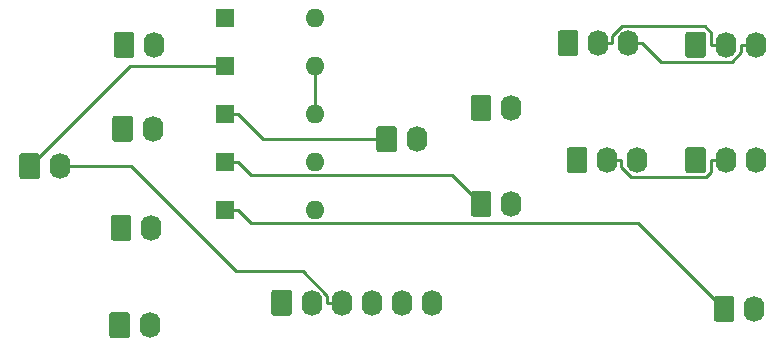
<source format=gbr>
G04 #@! TF.GenerationSoftware,KiCad,Pcbnew,(5.1.5-0-10_14)*
G04 #@! TF.CreationDate,2021-04-18T15:07:52+10:00*
G04 #@! TF.ProjectId,OH - Right Console - Forward Aux,4f48202d-2052-4696-9768-7420436f6e73,rev?*
G04 #@! TF.SameCoordinates,Original*
G04 #@! TF.FileFunction,Copper,L1,Top*
G04 #@! TF.FilePolarity,Positive*
%FSLAX46Y46*%
G04 Gerber Fmt 4.6, Leading zero omitted, Abs format (unit mm)*
G04 Created by KiCad (PCBNEW (5.1.5-0-10_14)) date 2021-04-18 15:07:52*
%MOMM*%
%LPD*%
G04 APERTURE LIST*
%ADD10O,1.740000X2.200000*%
%ADD11C,0.100000*%
%ADD12O,1.600000X1.600000*%
%ADD13R,1.600000X1.600000*%
%ADD14C,0.250000*%
G04 APERTURE END LIST*
D10*
X141859000Y-91948000D03*
G04 #@! TA.AperFunction,ComponentPad*
D11*
G36*
X139963505Y-90849204D02*
G01*
X139987773Y-90852804D01*
X140011572Y-90858765D01*
X140034671Y-90867030D01*
X140056850Y-90877520D01*
X140077893Y-90890132D01*
X140097599Y-90904747D01*
X140115777Y-90921223D01*
X140132253Y-90939401D01*
X140146868Y-90959107D01*
X140159480Y-90980150D01*
X140169970Y-91002329D01*
X140178235Y-91025428D01*
X140184196Y-91049227D01*
X140187796Y-91073495D01*
X140189000Y-91097999D01*
X140189000Y-92798001D01*
X140187796Y-92822505D01*
X140184196Y-92846773D01*
X140178235Y-92870572D01*
X140169970Y-92893671D01*
X140159480Y-92915850D01*
X140146868Y-92936893D01*
X140132253Y-92956599D01*
X140115777Y-92974777D01*
X140097599Y-92991253D01*
X140077893Y-93005868D01*
X140056850Y-93018480D01*
X140034671Y-93028970D01*
X140011572Y-93037235D01*
X139987773Y-93043196D01*
X139963505Y-93046796D01*
X139939001Y-93048000D01*
X138698999Y-93048000D01*
X138674495Y-93046796D01*
X138650227Y-93043196D01*
X138626428Y-93037235D01*
X138603329Y-93028970D01*
X138581150Y-93018480D01*
X138560107Y-93005868D01*
X138540401Y-92991253D01*
X138522223Y-92974777D01*
X138505747Y-92956599D01*
X138491132Y-92936893D01*
X138478520Y-92915850D01*
X138468030Y-92893671D01*
X138459765Y-92870572D01*
X138453804Y-92846773D01*
X138450204Y-92822505D01*
X138449000Y-92798001D01*
X138449000Y-91097999D01*
X138450204Y-91073495D01*
X138453804Y-91049227D01*
X138459765Y-91025428D01*
X138468030Y-91002329D01*
X138478520Y-90980150D01*
X138491132Y-90959107D01*
X138505747Y-90939401D01*
X138522223Y-90921223D01*
X138540401Y-90904747D01*
X138560107Y-90890132D01*
X138581150Y-90877520D01*
X138603329Y-90867030D01*
X138626428Y-90858765D01*
X138650227Y-90852804D01*
X138674495Y-90849204D01*
X138698999Y-90848000D01*
X139939001Y-90848000D01*
X139963505Y-90849204D01*
G37*
G04 #@! TD.AperFunction*
D10*
X143129000Y-105791000D03*
X140589000Y-105791000D03*
X138049000Y-105791000D03*
X135509000Y-105791000D03*
X132969000Y-105791000D03*
G04 #@! TA.AperFunction,ComponentPad*
D11*
G36*
X131073505Y-104692204D02*
G01*
X131097773Y-104695804D01*
X131121572Y-104701765D01*
X131144671Y-104710030D01*
X131166850Y-104720520D01*
X131187893Y-104733132D01*
X131207599Y-104747747D01*
X131225777Y-104764223D01*
X131242253Y-104782401D01*
X131256868Y-104802107D01*
X131269480Y-104823150D01*
X131279970Y-104845329D01*
X131288235Y-104868428D01*
X131294196Y-104892227D01*
X131297796Y-104916495D01*
X131299000Y-104940999D01*
X131299000Y-106641001D01*
X131297796Y-106665505D01*
X131294196Y-106689773D01*
X131288235Y-106713572D01*
X131279970Y-106736671D01*
X131269480Y-106758850D01*
X131256868Y-106779893D01*
X131242253Y-106799599D01*
X131225777Y-106817777D01*
X131207599Y-106834253D01*
X131187893Y-106848868D01*
X131166850Y-106861480D01*
X131144671Y-106871970D01*
X131121572Y-106880235D01*
X131097773Y-106886196D01*
X131073505Y-106889796D01*
X131049001Y-106891000D01*
X129808999Y-106891000D01*
X129784495Y-106889796D01*
X129760227Y-106886196D01*
X129736428Y-106880235D01*
X129713329Y-106871970D01*
X129691150Y-106861480D01*
X129670107Y-106848868D01*
X129650401Y-106834253D01*
X129632223Y-106817777D01*
X129615747Y-106799599D01*
X129601132Y-106779893D01*
X129588520Y-106758850D01*
X129578030Y-106736671D01*
X129569765Y-106713572D01*
X129563804Y-106689773D01*
X129560204Y-106665505D01*
X129559000Y-106641001D01*
X129559000Y-104940999D01*
X129560204Y-104916495D01*
X129563804Y-104892227D01*
X129569765Y-104868428D01*
X129578030Y-104845329D01*
X129588520Y-104823150D01*
X129601132Y-104802107D01*
X129615747Y-104782401D01*
X129632223Y-104764223D01*
X129650401Y-104747747D01*
X129670107Y-104733132D01*
X129691150Y-104720520D01*
X129713329Y-104710030D01*
X129736428Y-104701765D01*
X129760227Y-104695804D01*
X129784495Y-104692204D01*
X129808999Y-104691000D01*
X131049001Y-104691000D01*
X131073505Y-104692204D01*
G37*
G04 #@! TD.AperFunction*
D12*
X133223000Y-89789000D03*
D13*
X125603000Y-89789000D03*
D10*
X170561000Y-83947000D03*
X168021000Y-83947000D03*
G04 #@! TA.AperFunction,ComponentPad*
D11*
G36*
X166125505Y-82848204D02*
G01*
X166149773Y-82851804D01*
X166173572Y-82857765D01*
X166196671Y-82866030D01*
X166218850Y-82876520D01*
X166239893Y-82889132D01*
X166259599Y-82903747D01*
X166277777Y-82920223D01*
X166294253Y-82938401D01*
X166308868Y-82958107D01*
X166321480Y-82979150D01*
X166331970Y-83001329D01*
X166340235Y-83024428D01*
X166346196Y-83048227D01*
X166349796Y-83072495D01*
X166351000Y-83096999D01*
X166351000Y-84797001D01*
X166349796Y-84821505D01*
X166346196Y-84845773D01*
X166340235Y-84869572D01*
X166331970Y-84892671D01*
X166321480Y-84914850D01*
X166308868Y-84935893D01*
X166294253Y-84955599D01*
X166277777Y-84973777D01*
X166259599Y-84990253D01*
X166239893Y-85004868D01*
X166218850Y-85017480D01*
X166196671Y-85027970D01*
X166173572Y-85036235D01*
X166149773Y-85042196D01*
X166125505Y-85045796D01*
X166101001Y-85047000D01*
X164860999Y-85047000D01*
X164836495Y-85045796D01*
X164812227Y-85042196D01*
X164788428Y-85036235D01*
X164765329Y-85027970D01*
X164743150Y-85017480D01*
X164722107Y-85004868D01*
X164702401Y-84990253D01*
X164684223Y-84973777D01*
X164667747Y-84955599D01*
X164653132Y-84935893D01*
X164640520Y-84914850D01*
X164630030Y-84892671D01*
X164621765Y-84869572D01*
X164615804Y-84845773D01*
X164612204Y-84821505D01*
X164611000Y-84797001D01*
X164611000Y-83096999D01*
X164612204Y-83072495D01*
X164615804Y-83048227D01*
X164621765Y-83024428D01*
X164630030Y-83001329D01*
X164640520Y-82979150D01*
X164653132Y-82958107D01*
X164667747Y-82938401D01*
X164684223Y-82920223D01*
X164702401Y-82903747D01*
X164722107Y-82889132D01*
X164743150Y-82876520D01*
X164765329Y-82866030D01*
X164788428Y-82857765D01*
X164812227Y-82851804D01*
X164836495Y-82848204D01*
X164860999Y-82847000D01*
X166101001Y-82847000D01*
X166125505Y-82848204D01*
G37*
G04 #@! TD.AperFunction*
D10*
X170434000Y-106299000D03*
G04 #@! TA.AperFunction,ComponentPad*
D11*
G36*
X168538505Y-105200204D02*
G01*
X168562773Y-105203804D01*
X168586572Y-105209765D01*
X168609671Y-105218030D01*
X168631850Y-105228520D01*
X168652893Y-105241132D01*
X168672599Y-105255747D01*
X168690777Y-105272223D01*
X168707253Y-105290401D01*
X168721868Y-105310107D01*
X168734480Y-105331150D01*
X168744970Y-105353329D01*
X168753235Y-105376428D01*
X168759196Y-105400227D01*
X168762796Y-105424495D01*
X168764000Y-105448999D01*
X168764000Y-107149001D01*
X168762796Y-107173505D01*
X168759196Y-107197773D01*
X168753235Y-107221572D01*
X168744970Y-107244671D01*
X168734480Y-107266850D01*
X168721868Y-107287893D01*
X168707253Y-107307599D01*
X168690777Y-107325777D01*
X168672599Y-107342253D01*
X168652893Y-107356868D01*
X168631850Y-107369480D01*
X168609671Y-107379970D01*
X168586572Y-107388235D01*
X168562773Y-107394196D01*
X168538505Y-107397796D01*
X168514001Y-107399000D01*
X167273999Y-107399000D01*
X167249495Y-107397796D01*
X167225227Y-107394196D01*
X167201428Y-107388235D01*
X167178329Y-107379970D01*
X167156150Y-107369480D01*
X167135107Y-107356868D01*
X167115401Y-107342253D01*
X167097223Y-107325777D01*
X167080747Y-107307599D01*
X167066132Y-107287893D01*
X167053520Y-107266850D01*
X167043030Y-107244671D01*
X167034765Y-107221572D01*
X167028804Y-107197773D01*
X167025204Y-107173505D01*
X167024000Y-107149001D01*
X167024000Y-105448999D01*
X167025204Y-105424495D01*
X167028804Y-105400227D01*
X167034765Y-105376428D01*
X167043030Y-105353329D01*
X167053520Y-105331150D01*
X167066132Y-105310107D01*
X167080747Y-105290401D01*
X167097223Y-105272223D01*
X167115401Y-105255747D01*
X167135107Y-105241132D01*
X167156150Y-105228520D01*
X167178329Y-105218030D01*
X167201428Y-105209765D01*
X167225227Y-105203804D01*
X167249495Y-105200204D01*
X167273999Y-105199000D01*
X168514001Y-105199000D01*
X168538505Y-105200204D01*
G37*
G04 #@! TD.AperFunction*
D10*
X149860000Y-97409000D03*
G04 #@! TA.AperFunction,ComponentPad*
D11*
G36*
X147964505Y-96310204D02*
G01*
X147988773Y-96313804D01*
X148012572Y-96319765D01*
X148035671Y-96328030D01*
X148057850Y-96338520D01*
X148078893Y-96351132D01*
X148098599Y-96365747D01*
X148116777Y-96382223D01*
X148133253Y-96400401D01*
X148147868Y-96420107D01*
X148160480Y-96441150D01*
X148170970Y-96463329D01*
X148179235Y-96486428D01*
X148185196Y-96510227D01*
X148188796Y-96534495D01*
X148190000Y-96558999D01*
X148190000Y-98259001D01*
X148188796Y-98283505D01*
X148185196Y-98307773D01*
X148179235Y-98331572D01*
X148170970Y-98354671D01*
X148160480Y-98376850D01*
X148147868Y-98397893D01*
X148133253Y-98417599D01*
X148116777Y-98435777D01*
X148098599Y-98452253D01*
X148078893Y-98466868D01*
X148057850Y-98479480D01*
X148035671Y-98489970D01*
X148012572Y-98498235D01*
X147988773Y-98504196D01*
X147964505Y-98507796D01*
X147940001Y-98509000D01*
X146699999Y-98509000D01*
X146675495Y-98507796D01*
X146651227Y-98504196D01*
X146627428Y-98498235D01*
X146604329Y-98489970D01*
X146582150Y-98479480D01*
X146561107Y-98466868D01*
X146541401Y-98452253D01*
X146523223Y-98435777D01*
X146506747Y-98417599D01*
X146492132Y-98397893D01*
X146479520Y-98376850D01*
X146469030Y-98354671D01*
X146460765Y-98331572D01*
X146454804Y-98307773D01*
X146451204Y-98283505D01*
X146450000Y-98259001D01*
X146450000Y-96558999D01*
X146451204Y-96534495D01*
X146454804Y-96510227D01*
X146460765Y-96486428D01*
X146469030Y-96463329D01*
X146479520Y-96441150D01*
X146492132Y-96420107D01*
X146506747Y-96400401D01*
X146523223Y-96382223D01*
X146541401Y-96365747D01*
X146561107Y-96351132D01*
X146582150Y-96338520D01*
X146604329Y-96328030D01*
X146627428Y-96319765D01*
X146651227Y-96313804D01*
X146675495Y-96310204D01*
X146699999Y-96309000D01*
X147940001Y-96309000D01*
X147964505Y-96310204D01*
G37*
G04 #@! TD.AperFunction*
D10*
X149860000Y-89281000D03*
G04 #@! TA.AperFunction,ComponentPad*
D11*
G36*
X147964505Y-88182204D02*
G01*
X147988773Y-88185804D01*
X148012572Y-88191765D01*
X148035671Y-88200030D01*
X148057850Y-88210520D01*
X148078893Y-88223132D01*
X148098599Y-88237747D01*
X148116777Y-88254223D01*
X148133253Y-88272401D01*
X148147868Y-88292107D01*
X148160480Y-88313150D01*
X148170970Y-88335329D01*
X148179235Y-88358428D01*
X148185196Y-88382227D01*
X148188796Y-88406495D01*
X148190000Y-88430999D01*
X148190000Y-90131001D01*
X148188796Y-90155505D01*
X148185196Y-90179773D01*
X148179235Y-90203572D01*
X148170970Y-90226671D01*
X148160480Y-90248850D01*
X148147868Y-90269893D01*
X148133253Y-90289599D01*
X148116777Y-90307777D01*
X148098599Y-90324253D01*
X148078893Y-90338868D01*
X148057850Y-90351480D01*
X148035671Y-90361970D01*
X148012572Y-90370235D01*
X147988773Y-90376196D01*
X147964505Y-90379796D01*
X147940001Y-90381000D01*
X146699999Y-90381000D01*
X146675495Y-90379796D01*
X146651227Y-90376196D01*
X146627428Y-90370235D01*
X146604329Y-90361970D01*
X146582150Y-90351480D01*
X146561107Y-90338868D01*
X146541401Y-90324253D01*
X146523223Y-90307777D01*
X146506747Y-90289599D01*
X146492132Y-90269893D01*
X146479520Y-90248850D01*
X146469030Y-90226671D01*
X146460765Y-90203572D01*
X146454804Y-90179773D01*
X146451204Y-90155505D01*
X146450000Y-90131001D01*
X146450000Y-88430999D01*
X146451204Y-88406495D01*
X146454804Y-88382227D01*
X146460765Y-88358428D01*
X146469030Y-88335329D01*
X146479520Y-88313150D01*
X146492132Y-88292107D01*
X146506747Y-88272401D01*
X146523223Y-88254223D01*
X146541401Y-88237747D01*
X146561107Y-88223132D01*
X146582150Y-88210520D01*
X146604329Y-88200030D01*
X146627428Y-88191765D01*
X146651227Y-88185804D01*
X146675495Y-88182204D01*
X146699999Y-88181000D01*
X147940001Y-88181000D01*
X147964505Y-88182204D01*
G37*
G04 #@! TD.AperFunction*
D10*
X111633000Y-94234000D03*
G04 #@! TA.AperFunction,ComponentPad*
D11*
G36*
X109737505Y-93135204D02*
G01*
X109761773Y-93138804D01*
X109785572Y-93144765D01*
X109808671Y-93153030D01*
X109830850Y-93163520D01*
X109851893Y-93176132D01*
X109871599Y-93190747D01*
X109889777Y-93207223D01*
X109906253Y-93225401D01*
X109920868Y-93245107D01*
X109933480Y-93266150D01*
X109943970Y-93288329D01*
X109952235Y-93311428D01*
X109958196Y-93335227D01*
X109961796Y-93359495D01*
X109963000Y-93383999D01*
X109963000Y-95084001D01*
X109961796Y-95108505D01*
X109958196Y-95132773D01*
X109952235Y-95156572D01*
X109943970Y-95179671D01*
X109933480Y-95201850D01*
X109920868Y-95222893D01*
X109906253Y-95242599D01*
X109889777Y-95260777D01*
X109871599Y-95277253D01*
X109851893Y-95291868D01*
X109830850Y-95304480D01*
X109808671Y-95314970D01*
X109785572Y-95323235D01*
X109761773Y-95329196D01*
X109737505Y-95332796D01*
X109713001Y-95334000D01*
X108472999Y-95334000D01*
X108448495Y-95332796D01*
X108424227Y-95329196D01*
X108400428Y-95323235D01*
X108377329Y-95314970D01*
X108355150Y-95304480D01*
X108334107Y-95291868D01*
X108314401Y-95277253D01*
X108296223Y-95260777D01*
X108279747Y-95242599D01*
X108265132Y-95222893D01*
X108252520Y-95201850D01*
X108242030Y-95179671D01*
X108233765Y-95156572D01*
X108227804Y-95132773D01*
X108224204Y-95108505D01*
X108223000Y-95084001D01*
X108223000Y-93383999D01*
X108224204Y-93359495D01*
X108227804Y-93335227D01*
X108233765Y-93311428D01*
X108242030Y-93288329D01*
X108252520Y-93266150D01*
X108265132Y-93245107D01*
X108279747Y-93225401D01*
X108296223Y-93207223D01*
X108314401Y-93190747D01*
X108334107Y-93176132D01*
X108355150Y-93163520D01*
X108377329Y-93153030D01*
X108400428Y-93144765D01*
X108424227Y-93138804D01*
X108448495Y-93135204D01*
X108472999Y-93134000D01*
X109713001Y-93134000D01*
X109737505Y-93135204D01*
G37*
G04 #@! TD.AperFunction*
D10*
X160528000Y-93726000D03*
X157988000Y-93726000D03*
G04 #@! TA.AperFunction,ComponentPad*
D11*
G36*
X156092505Y-92627204D02*
G01*
X156116773Y-92630804D01*
X156140572Y-92636765D01*
X156163671Y-92645030D01*
X156185850Y-92655520D01*
X156206893Y-92668132D01*
X156226599Y-92682747D01*
X156244777Y-92699223D01*
X156261253Y-92717401D01*
X156275868Y-92737107D01*
X156288480Y-92758150D01*
X156298970Y-92780329D01*
X156307235Y-92803428D01*
X156313196Y-92827227D01*
X156316796Y-92851495D01*
X156318000Y-92875999D01*
X156318000Y-94576001D01*
X156316796Y-94600505D01*
X156313196Y-94624773D01*
X156307235Y-94648572D01*
X156298970Y-94671671D01*
X156288480Y-94693850D01*
X156275868Y-94714893D01*
X156261253Y-94734599D01*
X156244777Y-94752777D01*
X156226599Y-94769253D01*
X156206893Y-94783868D01*
X156185850Y-94796480D01*
X156163671Y-94806970D01*
X156140572Y-94815235D01*
X156116773Y-94821196D01*
X156092505Y-94824796D01*
X156068001Y-94826000D01*
X154827999Y-94826000D01*
X154803495Y-94824796D01*
X154779227Y-94821196D01*
X154755428Y-94815235D01*
X154732329Y-94806970D01*
X154710150Y-94796480D01*
X154689107Y-94783868D01*
X154669401Y-94769253D01*
X154651223Y-94752777D01*
X154634747Y-94734599D01*
X154620132Y-94714893D01*
X154607520Y-94693850D01*
X154597030Y-94671671D01*
X154588765Y-94648572D01*
X154582804Y-94624773D01*
X154579204Y-94600505D01*
X154578000Y-94576001D01*
X154578000Y-92875999D01*
X154579204Y-92851495D01*
X154582804Y-92827227D01*
X154588765Y-92803428D01*
X154597030Y-92780329D01*
X154607520Y-92758150D01*
X154620132Y-92737107D01*
X154634747Y-92717401D01*
X154651223Y-92699223D01*
X154669401Y-92682747D01*
X154689107Y-92668132D01*
X154710150Y-92655520D01*
X154732329Y-92645030D01*
X154755428Y-92636765D01*
X154779227Y-92630804D01*
X154803495Y-92627204D01*
X154827999Y-92626000D01*
X156068001Y-92626000D01*
X156092505Y-92627204D01*
G37*
G04 #@! TD.AperFunction*
D10*
X159766000Y-83820000D03*
X157226000Y-83820000D03*
G04 #@! TA.AperFunction,ComponentPad*
D11*
G36*
X155330505Y-82721204D02*
G01*
X155354773Y-82724804D01*
X155378572Y-82730765D01*
X155401671Y-82739030D01*
X155423850Y-82749520D01*
X155444893Y-82762132D01*
X155464599Y-82776747D01*
X155482777Y-82793223D01*
X155499253Y-82811401D01*
X155513868Y-82831107D01*
X155526480Y-82852150D01*
X155536970Y-82874329D01*
X155545235Y-82897428D01*
X155551196Y-82921227D01*
X155554796Y-82945495D01*
X155556000Y-82969999D01*
X155556000Y-84670001D01*
X155554796Y-84694505D01*
X155551196Y-84718773D01*
X155545235Y-84742572D01*
X155536970Y-84765671D01*
X155526480Y-84787850D01*
X155513868Y-84808893D01*
X155499253Y-84828599D01*
X155482777Y-84846777D01*
X155464599Y-84863253D01*
X155444893Y-84877868D01*
X155423850Y-84890480D01*
X155401671Y-84900970D01*
X155378572Y-84909235D01*
X155354773Y-84915196D01*
X155330505Y-84918796D01*
X155306001Y-84920000D01*
X154065999Y-84920000D01*
X154041495Y-84918796D01*
X154017227Y-84915196D01*
X153993428Y-84909235D01*
X153970329Y-84900970D01*
X153948150Y-84890480D01*
X153927107Y-84877868D01*
X153907401Y-84863253D01*
X153889223Y-84846777D01*
X153872747Y-84828599D01*
X153858132Y-84808893D01*
X153845520Y-84787850D01*
X153835030Y-84765671D01*
X153826765Y-84742572D01*
X153820804Y-84718773D01*
X153817204Y-84694505D01*
X153816000Y-84670001D01*
X153816000Y-82969999D01*
X153817204Y-82945495D01*
X153820804Y-82921227D01*
X153826765Y-82897428D01*
X153835030Y-82874329D01*
X153845520Y-82852150D01*
X153858132Y-82831107D01*
X153872747Y-82811401D01*
X153889223Y-82793223D01*
X153907401Y-82776747D01*
X153927107Y-82762132D01*
X153948150Y-82749520D01*
X153970329Y-82739030D01*
X153993428Y-82730765D01*
X154017227Y-82724804D01*
X154041495Y-82721204D01*
X154065999Y-82720000D01*
X155306001Y-82720000D01*
X155330505Y-82721204D01*
G37*
G04 #@! TD.AperFunction*
D10*
X119634000Y-83947000D03*
G04 #@! TA.AperFunction,ComponentPad*
D11*
G36*
X117738505Y-82848204D02*
G01*
X117762773Y-82851804D01*
X117786572Y-82857765D01*
X117809671Y-82866030D01*
X117831850Y-82876520D01*
X117852893Y-82889132D01*
X117872599Y-82903747D01*
X117890777Y-82920223D01*
X117907253Y-82938401D01*
X117921868Y-82958107D01*
X117934480Y-82979150D01*
X117944970Y-83001329D01*
X117953235Y-83024428D01*
X117959196Y-83048227D01*
X117962796Y-83072495D01*
X117964000Y-83096999D01*
X117964000Y-84797001D01*
X117962796Y-84821505D01*
X117959196Y-84845773D01*
X117953235Y-84869572D01*
X117944970Y-84892671D01*
X117934480Y-84914850D01*
X117921868Y-84935893D01*
X117907253Y-84955599D01*
X117890777Y-84973777D01*
X117872599Y-84990253D01*
X117852893Y-85004868D01*
X117831850Y-85017480D01*
X117809671Y-85027970D01*
X117786572Y-85036235D01*
X117762773Y-85042196D01*
X117738505Y-85045796D01*
X117714001Y-85047000D01*
X116473999Y-85047000D01*
X116449495Y-85045796D01*
X116425227Y-85042196D01*
X116401428Y-85036235D01*
X116378329Y-85027970D01*
X116356150Y-85017480D01*
X116335107Y-85004868D01*
X116315401Y-84990253D01*
X116297223Y-84973777D01*
X116280747Y-84955599D01*
X116266132Y-84935893D01*
X116253520Y-84914850D01*
X116243030Y-84892671D01*
X116234765Y-84869572D01*
X116228804Y-84845773D01*
X116225204Y-84821505D01*
X116224000Y-84797001D01*
X116224000Y-83096999D01*
X116225204Y-83072495D01*
X116228804Y-83048227D01*
X116234765Y-83024428D01*
X116243030Y-83001329D01*
X116253520Y-82979150D01*
X116266132Y-82958107D01*
X116280747Y-82938401D01*
X116297223Y-82920223D01*
X116315401Y-82903747D01*
X116335107Y-82889132D01*
X116356150Y-82876520D01*
X116378329Y-82866030D01*
X116401428Y-82857765D01*
X116425227Y-82851804D01*
X116449495Y-82848204D01*
X116473999Y-82847000D01*
X117714001Y-82847000D01*
X117738505Y-82848204D01*
G37*
G04 #@! TD.AperFunction*
D10*
X170561000Y-93726000D03*
X168021000Y-93726000D03*
G04 #@! TA.AperFunction,ComponentPad*
D11*
G36*
X166125505Y-92627204D02*
G01*
X166149773Y-92630804D01*
X166173572Y-92636765D01*
X166196671Y-92645030D01*
X166218850Y-92655520D01*
X166239893Y-92668132D01*
X166259599Y-92682747D01*
X166277777Y-92699223D01*
X166294253Y-92717401D01*
X166308868Y-92737107D01*
X166321480Y-92758150D01*
X166331970Y-92780329D01*
X166340235Y-92803428D01*
X166346196Y-92827227D01*
X166349796Y-92851495D01*
X166351000Y-92875999D01*
X166351000Y-94576001D01*
X166349796Y-94600505D01*
X166346196Y-94624773D01*
X166340235Y-94648572D01*
X166331970Y-94671671D01*
X166321480Y-94693850D01*
X166308868Y-94714893D01*
X166294253Y-94734599D01*
X166277777Y-94752777D01*
X166259599Y-94769253D01*
X166239893Y-94783868D01*
X166218850Y-94796480D01*
X166196671Y-94806970D01*
X166173572Y-94815235D01*
X166149773Y-94821196D01*
X166125505Y-94824796D01*
X166101001Y-94826000D01*
X164860999Y-94826000D01*
X164836495Y-94824796D01*
X164812227Y-94821196D01*
X164788428Y-94815235D01*
X164765329Y-94806970D01*
X164743150Y-94796480D01*
X164722107Y-94783868D01*
X164702401Y-94769253D01*
X164684223Y-94752777D01*
X164667747Y-94734599D01*
X164653132Y-94714893D01*
X164640520Y-94693850D01*
X164630030Y-94671671D01*
X164621765Y-94648572D01*
X164615804Y-94624773D01*
X164612204Y-94600505D01*
X164611000Y-94576001D01*
X164611000Y-92875999D01*
X164612204Y-92851495D01*
X164615804Y-92827227D01*
X164621765Y-92803428D01*
X164630030Y-92780329D01*
X164640520Y-92758150D01*
X164653132Y-92737107D01*
X164667747Y-92717401D01*
X164684223Y-92699223D01*
X164702401Y-92682747D01*
X164722107Y-92668132D01*
X164743150Y-92655520D01*
X164765329Y-92645030D01*
X164788428Y-92636765D01*
X164812227Y-92630804D01*
X164836495Y-92627204D01*
X164860999Y-92626000D01*
X166101001Y-92626000D01*
X166125505Y-92627204D01*
G37*
G04 #@! TD.AperFunction*
D10*
X119380000Y-99441000D03*
G04 #@! TA.AperFunction,ComponentPad*
D11*
G36*
X117484505Y-98342204D02*
G01*
X117508773Y-98345804D01*
X117532572Y-98351765D01*
X117555671Y-98360030D01*
X117577850Y-98370520D01*
X117598893Y-98383132D01*
X117618599Y-98397747D01*
X117636777Y-98414223D01*
X117653253Y-98432401D01*
X117667868Y-98452107D01*
X117680480Y-98473150D01*
X117690970Y-98495329D01*
X117699235Y-98518428D01*
X117705196Y-98542227D01*
X117708796Y-98566495D01*
X117710000Y-98590999D01*
X117710000Y-100291001D01*
X117708796Y-100315505D01*
X117705196Y-100339773D01*
X117699235Y-100363572D01*
X117690970Y-100386671D01*
X117680480Y-100408850D01*
X117667868Y-100429893D01*
X117653253Y-100449599D01*
X117636777Y-100467777D01*
X117618599Y-100484253D01*
X117598893Y-100498868D01*
X117577850Y-100511480D01*
X117555671Y-100521970D01*
X117532572Y-100530235D01*
X117508773Y-100536196D01*
X117484505Y-100539796D01*
X117460001Y-100541000D01*
X116219999Y-100541000D01*
X116195495Y-100539796D01*
X116171227Y-100536196D01*
X116147428Y-100530235D01*
X116124329Y-100521970D01*
X116102150Y-100511480D01*
X116081107Y-100498868D01*
X116061401Y-100484253D01*
X116043223Y-100467777D01*
X116026747Y-100449599D01*
X116012132Y-100429893D01*
X115999520Y-100408850D01*
X115989030Y-100386671D01*
X115980765Y-100363572D01*
X115974804Y-100339773D01*
X115971204Y-100315505D01*
X115970000Y-100291001D01*
X115970000Y-98590999D01*
X115971204Y-98566495D01*
X115974804Y-98542227D01*
X115980765Y-98518428D01*
X115989030Y-98495329D01*
X115999520Y-98473150D01*
X116012132Y-98452107D01*
X116026747Y-98432401D01*
X116043223Y-98414223D01*
X116061401Y-98397747D01*
X116081107Y-98383132D01*
X116102150Y-98370520D01*
X116124329Y-98360030D01*
X116147428Y-98351765D01*
X116171227Y-98345804D01*
X116195495Y-98342204D01*
X116219999Y-98341000D01*
X117460001Y-98341000D01*
X117484505Y-98342204D01*
G37*
G04 #@! TD.AperFunction*
D10*
X119507000Y-91059000D03*
G04 #@! TA.AperFunction,ComponentPad*
D11*
G36*
X117611505Y-89960204D02*
G01*
X117635773Y-89963804D01*
X117659572Y-89969765D01*
X117682671Y-89978030D01*
X117704850Y-89988520D01*
X117725893Y-90001132D01*
X117745599Y-90015747D01*
X117763777Y-90032223D01*
X117780253Y-90050401D01*
X117794868Y-90070107D01*
X117807480Y-90091150D01*
X117817970Y-90113329D01*
X117826235Y-90136428D01*
X117832196Y-90160227D01*
X117835796Y-90184495D01*
X117837000Y-90208999D01*
X117837000Y-91909001D01*
X117835796Y-91933505D01*
X117832196Y-91957773D01*
X117826235Y-91981572D01*
X117817970Y-92004671D01*
X117807480Y-92026850D01*
X117794868Y-92047893D01*
X117780253Y-92067599D01*
X117763777Y-92085777D01*
X117745599Y-92102253D01*
X117725893Y-92116868D01*
X117704850Y-92129480D01*
X117682671Y-92139970D01*
X117659572Y-92148235D01*
X117635773Y-92154196D01*
X117611505Y-92157796D01*
X117587001Y-92159000D01*
X116346999Y-92159000D01*
X116322495Y-92157796D01*
X116298227Y-92154196D01*
X116274428Y-92148235D01*
X116251329Y-92139970D01*
X116229150Y-92129480D01*
X116208107Y-92116868D01*
X116188401Y-92102253D01*
X116170223Y-92085777D01*
X116153747Y-92067599D01*
X116139132Y-92047893D01*
X116126520Y-92026850D01*
X116116030Y-92004671D01*
X116107765Y-91981572D01*
X116101804Y-91957773D01*
X116098204Y-91933505D01*
X116097000Y-91909001D01*
X116097000Y-90208999D01*
X116098204Y-90184495D01*
X116101804Y-90160227D01*
X116107765Y-90136428D01*
X116116030Y-90113329D01*
X116126520Y-90091150D01*
X116139132Y-90070107D01*
X116153747Y-90050401D01*
X116170223Y-90032223D01*
X116188401Y-90015747D01*
X116208107Y-90001132D01*
X116229150Y-89988520D01*
X116251329Y-89978030D01*
X116274428Y-89969765D01*
X116298227Y-89963804D01*
X116322495Y-89960204D01*
X116346999Y-89959000D01*
X117587001Y-89959000D01*
X117611505Y-89960204D01*
G37*
G04 #@! TD.AperFunction*
D10*
X119253000Y-107696000D03*
G04 #@! TA.AperFunction,ComponentPad*
D11*
G36*
X117357505Y-106597204D02*
G01*
X117381773Y-106600804D01*
X117405572Y-106606765D01*
X117428671Y-106615030D01*
X117450850Y-106625520D01*
X117471893Y-106638132D01*
X117491599Y-106652747D01*
X117509777Y-106669223D01*
X117526253Y-106687401D01*
X117540868Y-106707107D01*
X117553480Y-106728150D01*
X117563970Y-106750329D01*
X117572235Y-106773428D01*
X117578196Y-106797227D01*
X117581796Y-106821495D01*
X117583000Y-106845999D01*
X117583000Y-108546001D01*
X117581796Y-108570505D01*
X117578196Y-108594773D01*
X117572235Y-108618572D01*
X117563970Y-108641671D01*
X117553480Y-108663850D01*
X117540868Y-108684893D01*
X117526253Y-108704599D01*
X117509777Y-108722777D01*
X117491599Y-108739253D01*
X117471893Y-108753868D01*
X117450850Y-108766480D01*
X117428671Y-108776970D01*
X117405572Y-108785235D01*
X117381773Y-108791196D01*
X117357505Y-108794796D01*
X117333001Y-108796000D01*
X116092999Y-108796000D01*
X116068495Y-108794796D01*
X116044227Y-108791196D01*
X116020428Y-108785235D01*
X115997329Y-108776970D01*
X115975150Y-108766480D01*
X115954107Y-108753868D01*
X115934401Y-108739253D01*
X115916223Y-108722777D01*
X115899747Y-108704599D01*
X115885132Y-108684893D01*
X115872520Y-108663850D01*
X115862030Y-108641671D01*
X115853765Y-108618572D01*
X115847804Y-108594773D01*
X115844204Y-108570505D01*
X115843000Y-108546001D01*
X115843000Y-106845999D01*
X115844204Y-106821495D01*
X115847804Y-106797227D01*
X115853765Y-106773428D01*
X115862030Y-106750329D01*
X115872520Y-106728150D01*
X115885132Y-106707107D01*
X115899747Y-106687401D01*
X115916223Y-106669223D01*
X115934401Y-106652747D01*
X115954107Y-106638132D01*
X115975150Y-106625520D01*
X115997329Y-106615030D01*
X116020428Y-106606765D01*
X116044227Y-106600804D01*
X116068495Y-106597204D01*
X116092999Y-106596000D01*
X117333001Y-106596000D01*
X117357505Y-106597204D01*
G37*
G04 #@! TD.AperFunction*
D12*
X133223000Y-97917000D03*
D13*
X125603000Y-97917000D03*
D12*
X133223000Y-93853000D03*
D13*
X125603000Y-93853000D03*
D12*
X133223000Y-81661000D03*
D13*
X125603000Y-81661000D03*
D12*
X133223000Y-85725000D03*
D13*
X125603000Y-85725000D03*
D14*
X133223000Y-85725000D02*
X133223000Y-89789000D01*
X125603000Y-85725000D02*
X117602000Y-85725000D01*
X117602000Y-85725000D02*
X109093000Y-94234000D01*
X125603000Y-89789000D02*
X126728300Y-89789000D01*
X126728300Y-89789000D02*
X128887300Y-91948000D01*
X128887300Y-91948000D02*
X139319000Y-91948000D01*
X125603000Y-93853000D02*
X126728300Y-93853000D01*
X147320000Y-97409000D02*
X144889300Y-94978300D01*
X144889300Y-94978300D02*
X127853600Y-94978300D01*
X127853600Y-94978300D02*
X126728300Y-93853000D01*
X125603000Y-97917000D02*
X126728300Y-97917000D01*
X126728300Y-97917000D02*
X127853600Y-99042300D01*
X127853600Y-99042300D02*
X160637300Y-99042300D01*
X160637300Y-99042300D02*
X167894000Y-106299000D01*
X135509000Y-105791000D02*
X134313700Y-105791000D01*
X111633000Y-94234000D02*
X117718100Y-94234000D01*
X117718100Y-94234000D02*
X126604200Y-103120100D01*
X126604200Y-103120100D02*
X132240400Y-103120100D01*
X132240400Y-103120100D02*
X134313700Y-105193400D01*
X134313700Y-105193400D02*
X134313700Y-105791000D01*
X168021000Y-83947000D02*
X166825700Y-83947000D01*
X157226000Y-83820000D02*
X158421300Y-83820000D01*
X158421300Y-83820000D02*
X158421300Y-83222300D01*
X158421300Y-83222300D02*
X159252800Y-82390800D01*
X159252800Y-82390800D02*
X166240700Y-82390800D01*
X166240700Y-82390800D02*
X166825700Y-82975800D01*
X166825700Y-82975800D02*
X166825700Y-83947000D01*
X157988000Y-93726000D02*
X159183300Y-93726000D01*
X168021000Y-93726000D02*
X166825700Y-93726000D01*
X166825700Y-93726000D02*
X166825700Y-94697200D01*
X166825700Y-94697200D02*
X166348200Y-95174700D01*
X166348200Y-95174700D02*
X160034300Y-95174700D01*
X160034300Y-95174700D02*
X159183300Y-94323700D01*
X159183300Y-94323700D02*
X159183300Y-93726000D01*
X170561000Y-83947000D02*
X169365700Y-83947000D01*
X159766000Y-83820000D02*
X160961300Y-83820000D01*
X160961300Y-83820000D02*
X162516800Y-85375500D01*
X162516800Y-85375500D02*
X168534800Y-85375500D01*
X168534800Y-85375500D02*
X169365700Y-84544600D01*
X169365700Y-84544600D02*
X169365700Y-83947000D01*
M02*

</source>
